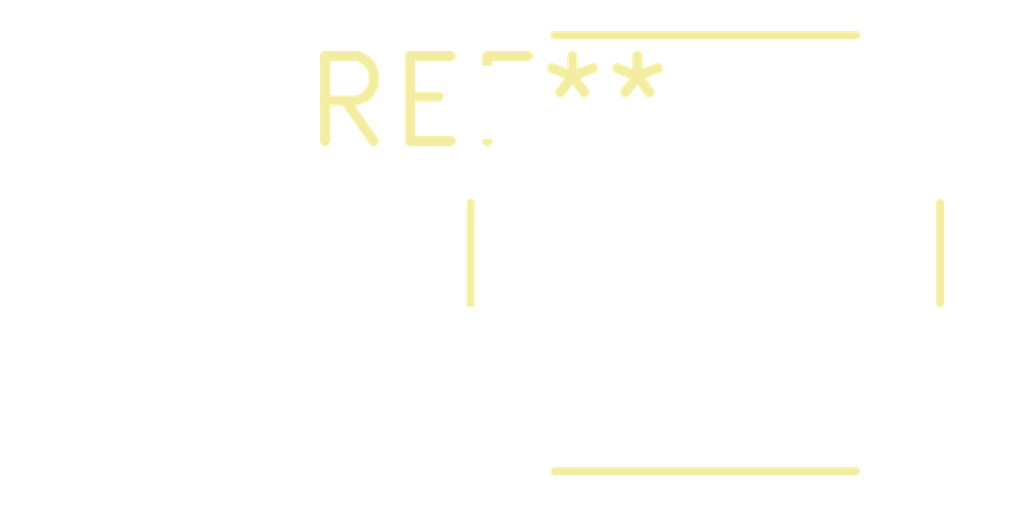
<source format=kicad_pcb>
(kicad_pcb (version 20240108) (generator pcbnew)
  (layers (0 "F.Cu" signal) (31 "B.Cu" signal) (34 "B.Paste" user) (35 "F.Paste" user) (36 "B.SilkS" user "B.Silkscreen") (37 "F.SilkS" user "F.Silkscreen") (38 "B.Mask" user) (39 "F.Mask" user) (44 "Edge.Cuts" user))
  (net 0 "")
  (footprint "SW_PUSH_6mm" (layer "F.Cu") (at 0 0)
    (property "Reference" "REF**")
    (property "Value" "SW_PUSH_6mm")
    (fp_line (start -0.25 1.5) (end -0.25 3) (layer "F.SilkS") (stroke (width 0.12)))
    (fp_line (start 1 5.5) (end 5.5 5.5) (layer "F.SilkS") (stroke (width 0.12)))
    (fp_line (start 5.5 -1) (end 1 -1) (layer "F.SilkS") (stroke (width 0.12)))
    (fp_line (start 6.75 3) (end 6.75 1.5) (layer "F.SilkS") (stroke (width 0.12)))
    (pad "1" thru_hole circle (at 0 0 90) (size 2 2) (drill 1.1) (layers *.Cu *.Mask) (remove_unused_layers))
    (pad "1" thru_hole circle (at 6.5 0 90) (size 2 2) (drill 1.1) (layers *.Cu *.Mask) (remove_unused_layers))
    (pad "2" thru_hole circle (at 0 4.5 90) (size 2 2) (drill 1.1) (layers *.Cu *.Mask) (remove_unused_layers))
    (pad "2" thru_hole circle (at 6.5 4.5 90) (size 2 2) (drill 1.1) (layers *.Cu *.Mask) (remove_unused_layers))
  )
)
</source>
